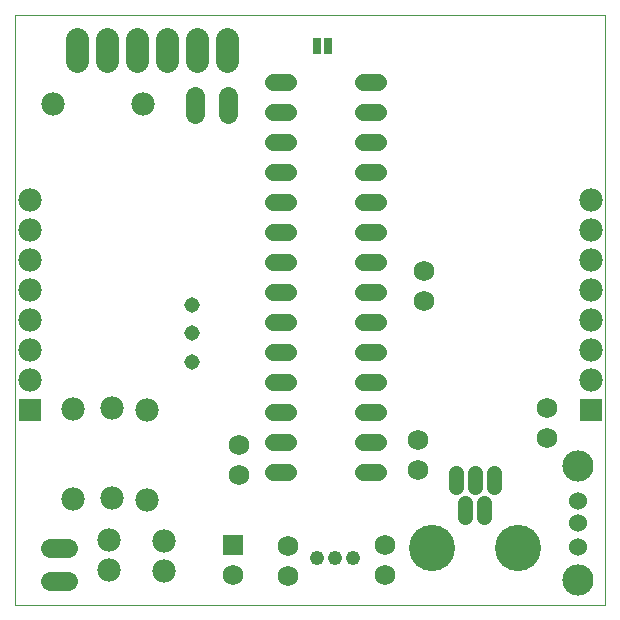
<source format=gts>
G75*
%MOIN*%
%OFA0B0*%
%FSLAX25Y25*%
%IPPOS*%
%LPD*%
%AMOC8*
5,1,8,0,0,1.08239X$1,22.5*
%
%ADD10C,0.00000*%
%ADD11C,0.06900*%
%ADD12R,0.06900X0.06900*%
%ADD13C,0.15400*%
%ADD14C,0.05156*%
%ADD15C,0.07800*%
%ADD16C,0.07800*%
%ADD17C,0.05600*%
%ADD18C,0.05156*%
%ADD19C,0.06400*%
%ADD20R,0.02900X0.05400*%
%ADD21C,0.06000*%
%ADD22C,0.10400*%
%ADD23C,0.04900*%
%ADD24R,0.07800X0.07800*%
D10*
X0001008Y0003937D02*
X0001008Y0200787D01*
X0197859Y0200787D01*
X0197859Y0003937D01*
X0001008Y0003937D01*
D11*
X0073843Y0014055D03*
X0092189Y0013701D03*
X0092189Y0023701D03*
X0075674Y0047205D03*
X0075674Y0057205D03*
X0124394Y0024016D03*
X0124394Y0014016D03*
X0135497Y0048858D03*
X0135497Y0058858D03*
X0178528Y0059764D03*
X0178528Y0069764D03*
X0137465Y0105276D03*
X0137465Y0115276D03*
D12*
X0073843Y0024055D03*
D13*
X0139985Y0022992D03*
X0168725Y0022992D03*
D14*
X0157504Y0033394D02*
X0157504Y0038150D01*
X0154355Y0043268D02*
X0154355Y0048024D01*
X0148056Y0048024D02*
X0148056Y0043268D01*
X0151205Y0038150D02*
X0151205Y0033394D01*
X0160654Y0043268D02*
X0160654Y0048024D01*
D15*
X0071638Y0185316D02*
X0071638Y0192716D01*
X0061638Y0192716D02*
X0061638Y0185316D01*
X0051638Y0185316D02*
X0051638Y0192716D01*
X0041638Y0192716D02*
X0041638Y0185316D01*
X0031638Y0185316D02*
X0031638Y0192716D01*
X0021638Y0192716D02*
X0021638Y0185316D01*
D16*
X0013686Y0171102D03*
X0043686Y0171102D03*
X0006008Y0138937D03*
X0006008Y0128937D03*
X0006008Y0118937D03*
X0006008Y0108937D03*
X0006008Y0098937D03*
X0006008Y0088937D03*
X0006008Y0078937D03*
X0020536Y0069370D03*
X0033410Y0069528D03*
X0045221Y0069173D03*
X0045221Y0039173D03*
X0033410Y0039528D03*
X0020536Y0039370D03*
X0032544Y0025630D03*
X0032544Y0015630D03*
X0050851Y0015394D03*
X0050851Y0025394D03*
X0193008Y0078937D03*
X0193008Y0088937D03*
X0193008Y0098937D03*
X0193008Y0108937D03*
X0193008Y0118937D03*
X0193008Y0128937D03*
X0193008Y0138937D03*
D17*
X0122230Y0138189D02*
X0117030Y0138189D01*
X0117030Y0148189D02*
X0122230Y0148189D01*
X0122230Y0158189D02*
X0117030Y0158189D01*
X0117030Y0168189D02*
X0122230Y0168189D01*
X0122230Y0178189D02*
X0117030Y0178189D01*
X0092230Y0178189D02*
X0087030Y0178189D01*
X0087030Y0168189D02*
X0092230Y0168189D01*
X0092230Y0158189D02*
X0087030Y0158189D01*
X0087030Y0148189D02*
X0092230Y0148189D01*
X0092230Y0138189D02*
X0087030Y0138189D01*
X0087030Y0128189D02*
X0092230Y0128189D01*
X0092230Y0118189D02*
X0087030Y0118189D01*
X0087030Y0108189D02*
X0092230Y0108189D01*
X0092230Y0098189D02*
X0087030Y0098189D01*
X0087030Y0088189D02*
X0092230Y0088189D01*
X0092230Y0078189D02*
X0087030Y0078189D01*
X0087030Y0068189D02*
X0092230Y0068189D01*
X0092230Y0058189D02*
X0087030Y0058189D01*
X0087030Y0048189D02*
X0092230Y0048189D01*
X0117030Y0048189D02*
X0122230Y0048189D01*
X0122230Y0058189D02*
X0117030Y0058189D01*
X0117030Y0068189D02*
X0122230Y0068189D01*
X0122230Y0078189D02*
X0117030Y0078189D01*
X0117030Y0088189D02*
X0122230Y0088189D01*
X0122230Y0098189D02*
X0117030Y0098189D01*
X0117030Y0108189D02*
X0122230Y0108189D01*
X0122230Y0118189D02*
X0117030Y0118189D01*
X0117030Y0128189D02*
X0122230Y0128189D01*
D18*
X0060064Y0103988D03*
X0060064Y0094594D03*
X0060064Y0084988D03*
D19*
X0018851Y0022862D02*
X0012851Y0022862D01*
X0012851Y0011862D02*
X0018851Y0011862D01*
X0061138Y0167591D02*
X0061138Y0173591D01*
X0072138Y0173591D02*
X0072138Y0167591D01*
D20*
X0101835Y0190315D03*
X0105378Y0190315D03*
D21*
X0188843Y0038780D03*
X0188843Y0031299D03*
X0188843Y0023425D03*
D22*
X0188843Y0012402D03*
X0188843Y0050197D03*
D23*
X0113701Y0019724D03*
X0107701Y0019724D03*
X0101701Y0019724D03*
D24*
X0193008Y0068937D03*
X0006008Y0068937D03*
M02*

</source>
